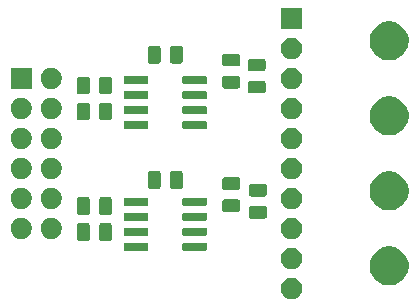
<source format=gts>
G04 #@! TF.GenerationSoftware,KiCad,Pcbnew,5.1.5-52549c5~86~ubuntu19.10.1*
G04 #@! TF.CreationDate,2020-05-04T22:04:25+01:00*
G04 #@! TF.ProjectId,pmod-dualrs422,706d6f64-2d64-4756-916c-72733432322e,rev?*
G04 #@! TF.SameCoordinates,PXccb7580PY7aec778*
G04 #@! TF.FileFunction,Soldermask,Top*
G04 #@! TF.FilePolarity,Negative*
%FSLAX46Y46*%
G04 Gerber Fmt 4.6, Leading zero omitted, Abs format (unit mm)*
G04 Created by KiCad (PCBNEW 5.1.5-52549c5~86~ubuntu19.10.1) date 2020-05-04 22:04:25*
%MOMM*%
%LPD*%
G04 APERTURE LIST*
%ADD10C,0.100000*%
G04 APERTURE END LIST*
D10*
G36*
X26783512Y2801073D02*
G01*
X26932812Y2771376D01*
X27096784Y2703456D01*
X27244354Y2604853D01*
X27369853Y2479354D01*
X27468456Y2331784D01*
X27536376Y2167812D01*
X27571000Y1993741D01*
X27571000Y1816259D01*
X27536376Y1642188D01*
X27468456Y1478216D01*
X27369853Y1330646D01*
X27244354Y1205147D01*
X27096784Y1106544D01*
X26932812Y1038624D01*
X26783512Y1008927D01*
X26758742Y1004000D01*
X26581258Y1004000D01*
X26556488Y1008927D01*
X26407188Y1038624D01*
X26243216Y1106544D01*
X26095646Y1205147D01*
X25970147Y1330646D01*
X25871544Y1478216D01*
X25803624Y1642188D01*
X25769000Y1816259D01*
X25769000Y1993741D01*
X25803624Y2167812D01*
X25871544Y2331784D01*
X25970147Y2479354D01*
X26095646Y2604853D01*
X26243216Y2703456D01*
X26407188Y2771376D01*
X26556488Y2801073D01*
X26581258Y2806000D01*
X26758742Y2806000D01*
X26783512Y2801073D01*
G37*
G36*
X35300256Y5418702D02*
G01*
X35406579Y5397553D01*
X35707042Y5273097D01*
X35977451Y5092415D01*
X36207415Y4862451D01*
X36388097Y4592042D01*
X36485762Y4356259D01*
X36512553Y4291578D01*
X36576000Y3972611D01*
X36576000Y3647389D01*
X36555434Y3544000D01*
X36512553Y3328421D01*
X36388097Y3027958D01*
X36207415Y2757549D01*
X35977451Y2527585D01*
X35707042Y2346903D01*
X35406579Y2222447D01*
X35300256Y2201298D01*
X35087611Y2159000D01*
X34762389Y2159000D01*
X34549744Y2201298D01*
X34443421Y2222447D01*
X34142958Y2346903D01*
X33872549Y2527585D01*
X33642585Y2757549D01*
X33461903Y3027958D01*
X33337447Y3328421D01*
X33294566Y3544000D01*
X33274000Y3647389D01*
X33274000Y3972611D01*
X33337447Y4291578D01*
X33364239Y4356259D01*
X33461903Y4592042D01*
X33642585Y4862451D01*
X33872549Y5092415D01*
X34142958Y5273097D01*
X34443421Y5397553D01*
X34549744Y5418702D01*
X34762389Y5461000D01*
X35087611Y5461000D01*
X35300256Y5418702D01*
G37*
G36*
X26783512Y5341073D02*
G01*
X26932812Y5311376D01*
X27096784Y5243456D01*
X27244354Y5144853D01*
X27369853Y5019354D01*
X27468456Y4871784D01*
X27536376Y4707812D01*
X27571000Y4533741D01*
X27571000Y4356259D01*
X27536376Y4182188D01*
X27468456Y4018216D01*
X27369853Y3870646D01*
X27244354Y3745147D01*
X27096784Y3646544D01*
X26932812Y3578624D01*
X26783512Y3548927D01*
X26758742Y3544000D01*
X26581258Y3544000D01*
X26556488Y3548927D01*
X26407188Y3578624D01*
X26243216Y3646544D01*
X26095646Y3745147D01*
X25970147Y3870646D01*
X25871544Y4018216D01*
X25803624Y4182188D01*
X25769000Y4356259D01*
X25769000Y4533741D01*
X25803624Y4707812D01*
X25871544Y4871784D01*
X25970147Y5019354D01*
X26095646Y5144853D01*
X26243216Y5243456D01*
X26407188Y5311376D01*
X26556488Y5341073D01*
X26581258Y5346000D01*
X26758742Y5346000D01*
X26783512Y5341073D01*
G37*
G36*
X19394448Y5788076D02*
G01*
X19415529Y5781680D01*
X19434965Y5771292D01*
X19451996Y5757316D01*
X19465972Y5740285D01*
X19476360Y5720849D01*
X19482756Y5699768D01*
X19485520Y5671700D01*
X19485520Y5207980D01*
X19482756Y5179912D01*
X19476360Y5158831D01*
X19465972Y5139395D01*
X19451996Y5122364D01*
X19434965Y5108388D01*
X19415529Y5098000D01*
X19394448Y5091604D01*
X19366380Y5088840D01*
X17552660Y5088840D01*
X17524592Y5091604D01*
X17503511Y5098000D01*
X17484075Y5108388D01*
X17467044Y5122364D01*
X17453068Y5139395D01*
X17442680Y5158831D01*
X17436284Y5179912D01*
X17433520Y5207980D01*
X17433520Y5671700D01*
X17436284Y5699768D01*
X17442680Y5720849D01*
X17453068Y5740285D01*
X17467044Y5757316D01*
X17484075Y5771292D01*
X17503511Y5781680D01*
X17524592Y5788076D01*
X17552660Y5790840D01*
X19366380Y5790840D01*
X19394448Y5788076D01*
G37*
G36*
X14444448Y5788076D02*
G01*
X14465529Y5781680D01*
X14484965Y5771292D01*
X14501996Y5757316D01*
X14515972Y5740285D01*
X14526360Y5720849D01*
X14532756Y5699768D01*
X14535520Y5671700D01*
X14535520Y5207980D01*
X14532756Y5179912D01*
X14526360Y5158831D01*
X14515972Y5139395D01*
X14501996Y5122364D01*
X14484965Y5108388D01*
X14465529Y5098000D01*
X14444448Y5091604D01*
X14416380Y5088840D01*
X12602660Y5088840D01*
X12574592Y5091604D01*
X12553511Y5098000D01*
X12534075Y5108388D01*
X12517044Y5122364D01*
X12503068Y5139395D01*
X12492680Y5158831D01*
X12486284Y5179912D01*
X12483520Y5207980D01*
X12483520Y5671700D01*
X12486284Y5699768D01*
X12492680Y5720849D01*
X12503068Y5740285D01*
X12517044Y5757316D01*
X12534075Y5771292D01*
X12553511Y5781680D01*
X12574592Y5788076D01*
X12602660Y5790840D01*
X14416380Y5790840D01*
X14444448Y5788076D01*
G37*
G36*
X11293988Y7441275D02*
G01*
X11332658Y7429544D01*
X11368297Y7410494D01*
X11399537Y7384857D01*
X11425174Y7353617D01*
X11444224Y7317978D01*
X11455955Y7279308D01*
X11460520Y7232952D01*
X11460520Y6156728D01*
X11455955Y6110372D01*
X11444224Y6071702D01*
X11425174Y6036063D01*
X11399537Y6004823D01*
X11368297Y5979186D01*
X11332658Y5960136D01*
X11293988Y5948405D01*
X11247632Y5943840D01*
X10596408Y5943840D01*
X10550052Y5948405D01*
X10511382Y5960136D01*
X10475743Y5979186D01*
X10444503Y6004823D01*
X10418866Y6036063D01*
X10399816Y6071702D01*
X10388085Y6110372D01*
X10383520Y6156728D01*
X10383520Y7232952D01*
X10388085Y7279308D01*
X10399816Y7317978D01*
X10418866Y7353617D01*
X10444503Y7384857D01*
X10475743Y7410494D01*
X10511382Y7429544D01*
X10550052Y7441275D01*
X10596408Y7445840D01*
X11247632Y7445840D01*
X11293988Y7441275D01*
G37*
G36*
X9418988Y7441275D02*
G01*
X9457658Y7429544D01*
X9493297Y7410494D01*
X9524537Y7384857D01*
X9550174Y7353617D01*
X9569224Y7317978D01*
X9580955Y7279308D01*
X9585520Y7232952D01*
X9585520Y6156728D01*
X9580955Y6110372D01*
X9569224Y6071702D01*
X9550174Y6036063D01*
X9524537Y6004823D01*
X9493297Y5979186D01*
X9457658Y5960136D01*
X9418988Y5948405D01*
X9372632Y5943840D01*
X8721408Y5943840D01*
X8675052Y5948405D01*
X8636382Y5960136D01*
X8600743Y5979186D01*
X8569503Y6004823D01*
X8543866Y6036063D01*
X8524816Y6071702D01*
X8513085Y6110372D01*
X8508520Y6156728D01*
X8508520Y7232952D01*
X8513085Y7279308D01*
X8524816Y7317978D01*
X8543866Y7353617D01*
X8569503Y7384857D01*
X8600743Y7410494D01*
X8636382Y7429544D01*
X8675052Y7441275D01*
X8721408Y7445840D01*
X9372632Y7445840D01*
X9418988Y7441275D01*
G37*
G36*
X26783512Y7881073D02*
G01*
X26932812Y7851376D01*
X27096784Y7783456D01*
X27244354Y7684853D01*
X27369853Y7559354D01*
X27468456Y7411784D01*
X27536376Y7247812D01*
X27571000Y7073741D01*
X27571000Y6896259D01*
X27536376Y6722188D01*
X27468456Y6558216D01*
X27369853Y6410646D01*
X27244354Y6285147D01*
X27096784Y6186544D01*
X26932812Y6118624D01*
X26783512Y6088927D01*
X26758742Y6084000D01*
X26581258Y6084000D01*
X26556488Y6088927D01*
X26407188Y6118624D01*
X26243216Y6186544D01*
X26095646Y6285147D01*
X25970147Y6410646D01*
X25871544Y6558216D01*
X25803624Y6722188D01*
X25769000Y6896259D01*
X25769000Y7073741D01*
X25803624Y7247812D01*
X25871544Y7411784D01*
X25970147Y7559354D01*
X26095646Y7684853D01*
X26243216Y7783456D01*
X26407188Y7851376D01*
X26556488Y7881073D01*
X26581258Y7886000D01*
X26758742Y7886000D01*
X26783512Y7881073D01*
G37*
G36*
X3898032Y7890913D02*
G01*
X4047332Y7861216D01*
X4211304Y7793296D01*
X4358874Y7694693D01*
X4484373Y7569194D01*
X4582976Y7421624D01*
X4650896Y7257652D01*
X4685520Y7083581D01*
X4685520Y6906099D01*
X4650896Y6732028D01*
X4582976Y6568056D01*
X4484373Y6420486D01*
X4358874Y6294987D01*
X4211304Y6196384D01*
X4047332Y6128464D01*
X3898032Y6098767D01*
X3873262Y6093840D01*
X3695778Y6093840D01*
X3671008Y6098767D01*
X3521708Y6128464D01*
X3357736Y6196384D01*
X3210166Y6294987D01*
X3084667Y6420486D01*
X2986064Y6568056D01*
X2918144Y6732028D01*
X2883520Y6906099D01*
X2883520Y7083581D01*
X2918144Y7257652D01*
X2986064Y7421624D01*
X3084667Y7569194D01*
X3210166Y7694693D01*
X3357736Y7793296D01*
X3521708Y7861216D01*
X3671008Y7890913D01*
X3695778Y7895840D01*
X3873262Y7895840D01*
X3898032Y7890913D01*
G37*
G36*
X6438032Y7890913D02*
G01*
X6587332Y7861216D01*
X6751304Y7793296D01*
X6898874Y7694693D01*
X7024373Y7569194D01*
X7122976Y7421624D01*
X7190896Y7257652D01*
X7225520Y7083581D01*
X7225520Y6906099D01*
X7190896Y6732028D01*
X7122976Y6568056D01*
X7024373Y6420486D01*
X6898874Y6294987D01*
X6751304Y6196384D01*
X6587332Y6128464D01*
X6438032Y6098767D01*
X6413262Y6093840D01*
X6235778Y6093840D01*
X6211008Y6098767D01*
X6061708Y6128464D01*
X5897736Y6196384D01*
X5750166Y6294987D01*
X5624667Y6420486D01*
X5526064Y6568056D01*
X5458144Y6732028D01*
X5423520Y6906099D01*
X5423520Y7083581D01*
X5458144Y7257652D01*
X5526064Y7421624D01*
X5624667Y7569194D01*
X5750166Y7694693D01*
X5897736Y7793296D01*
X6061708Y7861216D01*
X6211008Y7890913D01*
X6235778Y7895840D01*
X6413262Y7895840D01*
X6438032Y7890913D01*
G37*
G36*
X14444448Y7058076D02*
G01*
X14465529Y7051680D01*
X14484965Y7041292D01*
X14501996Y7027316D01*
X14515972Y7010285D01*
X14526360Y6990849D01*
X14532756Y6969768D01*
X14535520Y6941700D01*
X14535520Y6477980D01*
X14532756Y6449912D01*
X14526360Y6428831D01*
X14515972Y6409395D01*
X14501996Y6392364D01*
X14484965Y6378388D01*
X14465529Y6368000D01*
X14444448Y6361604D01*
X14416380Y6358840D01*
X12602660Y6358840D01*
X12574592Y6361604D01*
X12553511Y6368000D01*
X12534075Y6378388D01*
X12517044Y6392364D01*
X12503068Y6409395D01*
X12492680Y6428831D01*
X12486284Y6449912D01*
X12483520Y6477980D01*
X12483520Y6941700D01*
X12486284Y6969768D01*
X12492680Y6990849D01*
X12503068Y7010285D01*
X12517044Y7027316D01*
X12534075Y7041292D01*
X12553511Y7051680D01*
X12574592Y7058076D01*
X12602660Y7060840D01*
X14416380Y7060840D01*
X14444448Y7058076D01*
G37*
G36*
X19394448Y7058076D02*
G01*
X19415529Y7051680D01*
X19434965Y7041292D01*
X19451996Y7027316D01*
X19465972Y7010285D01*
X19476360Y6990849D01*
X19482756Y6969768D01*
X19485520Y6941700D01*
X19485520Y6477980D01*
X19482756Y6449912D01*
X19476360Y6428831D01*
X19465972Y6409395D01*
X19451996Y6392364D01*
X19434965Y6378388D01*
X19415529Y6368000D01*
X19394448Y6361604D01*
X19366380Y6358840D01*
X17552660Y6358840D01*
X17524592Y6361604D01*
X17503511Y6368000D01*
X17484075Y6378388D01*
X17467044Y6392364D01*
X17453068Y6409395D01*
X17442680Y6428831D01*
X17436284Y6449912D01*
X17433520Y6477980D01*
X17433520Y6941700D01*
X17436284Y6969768D01*
X17442680Y6990849D01*
X17453068Y7010285D01*
X17467044Y7027316D01*
X17484075Y7041292D01*
X17503511Y7051680D01*
X17524592Y7058076D01*
X17552660Y7060840D01*
X19366380Y7060840D01*
X19394448Y7058076D01*
G37*
G36*
X14444448Y8328076D02*
G01*
X14465529Y8321680D01*
X14484965Y8311292D01*
X14501996Y8297316D01*
X14515972Y8280285D01*
X14526360Y8260849D01*
X14532756Y8239768D01*
X14535520Y8211700D01*
X14535520Y7747980D01*
X14532756Y7719912D01*
X14526360Y7698831D01*
X14515972Y7679395D01*
X14501996Y7662364D01*
X14484965Y7648388D01*
X14465529Y7638000D01*
X14444448Y7631604D01*
X14416380Y7628840D01*
X12602660Y7628840D01*
X12574592Y7631604D01*
X12553511Y7638000D01*
X12534075Y7648388D01*
X12517044Y7662364D01*
X12503068Y7679395D01*
X12492680Y7698831D01*
X12486284Y7719912D01*
X12483520Y7747980D01*
X12483520Y8211700D01*
X12486284Y8239768D01*
X12492680Y8260849D01*
X12503068Y8280285D01*
X12517044Y8297316D01*
X12534075Y8311292D01*
X12553511Y8321680D01*
X12574592Y8328076D01*
X12602660Y8330840D01*
X14416380Y8330840D01*
X14444448Y8328076D01*
G37*
G36*
X19394448Y8328076D02*
G01*
X19415529Y8321680D01*
X19434965Y8311292D01*
X19451996Y8297316D01*
X19465972Y8280285D01*
X19476360Y8260849D01*
X19482756Y8239768D01*
X19485520Y8211700D01*
X19485520Y7747980D01*
X19482756Y7719912D01*
X19476360Y7698831D01*
X19465972Y7679395D01*
X19451996Y7662364D01*
X19434965Y7648388D01*
X19415529Y7638000D01*
X19394448Y7631604D01*
X19366380Y7628840D01*
X17552660Y7628840D01*
X17524592Y7631604D01*
X17503511Y7638000D01*
X17484075Y7648388D01*
X17467044Y7662364D01*
X17453068Y7679395D01*
X17442680Y7698831D01*
X17436284Y7719912D01*
X17433520Y7747980D01*
X17433520Y8211700D01*
X17436284Y8239768D01*
X17442680Y8260849D01*
X17453068Y8280285D01*
X17467044Y8297316D01*
X17484075Y8311292D01*
X17503511Y8321680D01*
X17524592Y8328076D01*
X17552660Y8330840D01*
X19366380Y8330840D01*
X19394448Y8328076D01*
G37*
G36*
X24403988Y8883775D02*
G01*
X24442658Y8872044D01*
X24478297Y8852994D01*
X24509537Y8827357D01*
X24535174Y8796117D01*
X24554224Y8760478D01*
X24565955Y8721808D01*
X24570520Y8675452D01*
X24570520Y8024228D01*
X24565955Y7977872D01*
X24554224Y7939202D01*
X24535174Y7903563D01*
X24509537Y7872323D01*
X24478297Y7846686D01*
X24442658Y7827636D01*
X24403988Y7815905D01*
X24357632Y7811340D01*
X23281408Y7811340D01*
X23235052Y7815905D01*
X23196382Y7827636D01*
X23160743Y7846686D01*
X23129503Y7872323D01*
X23103866Y7903563D01*
X23084816Y7939202D01*
X23073085Y7977872D01*
X23068520Y8024228D01*
X23068520Y8675452D01*
X23073085Y8721808D01*
X23084816Y8760478D01*
X23103866Y8796117D01*
X23129503Y8827357D01*
X23160743Y8852994D01*
X23196382Y8872044D01*
X23235052Y8883775D01*
X23281408Y8888340D01*
X24357632Y8888340D01*
X24403988Y8883775D01*
G37*
G36*
X11293988Y9641275D02*
G01*
X11332658Y9629544D01*
X11368297Y9610494D01*
X11399537Y9584857D01*
X11425174Y9553617D01*
X11444224Y9517978D01*
X11455955Y9479308D01*
X11460520Y9432952D01*
X11460520Y8356728D01*
X11455955Y8310372D01*
X11444224Y8271702D01*
X11425174Y8236063D01*
X11399537Y8204823D01*
X11368297Y8179186D01*
X11332658Y8160136D01*
X11293988Y8148405D01*
X11247632Y8143840D01*
X10596408Y8143840D01*
X10550052Y8148405D01*
X10511382Y8160136D01*
X10475743Y8179186D01*
X10444503Y8204823D01*
X10418866Y8236063D01*
X10399816Y8271702D01*
X10388085Y8310372D01*
X10383520Y8356728D01*
X10383520Y9432952D01*
X10388085Y9479308D01*
X10399816Y9517978D01*
X10418866Y9553617D01*
X10444503Y9584857D01*
X10475743Y9610494D01*
X10511382Y9629544D01*
X10550052Y9641275D01*
X10596408Y9645840D01*
X11247632Y9645840D01*
X11293988Y9641275D01*
G37*
G36*
X9418988Y9641275D02*
G01*
X9457658Y9629544D01*
X9493297Y9610494D01*
X9524537Y9584857D01*
X9550174Y9553617D01*
X9569224Y9517978D01*
X9580955Y9479308D01*
X9585520Y9432952D01*
X9585520Y8356728D01*
X9580955Y8310372D01*
X9569224Y8271702D01*
X9550174Y8236063D01*
X9524537Y8204823D01*
X9493297Y8179186D01*
X9457658Y8160136D01*
X9418988Y8148405D01*
X9372632Y8143840D01*
X8721408Y8143840D01*
X8675052Y8148405D01*
X8636382Y8160136D01*
X8600743Y8179186D01*
X8569503Y8204823D01*
X8543866Y8236063D01*
X8524816Y8271702D01*
X8513085Y8310372D01*
X8508520Y8356728D01*
X8508520Y9432952D01*
X8513085Y9479308D01*
X8524816Y9517978D01*
X8543866Y9553617D01*
X8569503Y9584857D01*
X8600743Y9610494D01*
X8636382Y9629544D01*
X8675052Y9641275D01*
X8721408Y9645840D01*
X9372632Y9645840D01*
X9418988Y9641275D01*
G37*
G36*
X22143988Y9443775D02*
G01*
X22182658Y9432044D01*
X22218297Y9412994D01*
X22249537Y9387357D01*
X22275174Y9356117D01*
X22294224Y9320478D01*
X22305955Y9281808D01*
X22310520Y9235452D01*
X22310520Y8584228D01*
X22305955Y8537872D01*
X22294224Y8499202D01*
X22275174Y8463563D01*
X22249537Y8432323D01*
X22218297Y8406686D01*
X22182658Y8387636D01*
X22143988Y8375905D01*
X22097632Y8371340D01*
X21021408Y8371340D01*
X20975052Y8375905D01*
X20936382Y8387636D01*
X20900743Y8406686D01*
X20869503Y8432323D01*
X20843866Y8463563D01*
X20824816Y8499202D01*
X20813085Y8537872D01*
X20808520Y8584228D01*
X20808520Y9235452D01*
X20813085Y9281808D01*
X20824816Y9320478D01*
X20843866Y9356117D01*
X20869503Y9387357D01*
X20900743Y9412994D01*
X20936382Y9432044D01*
X20975052Y9443775D01*
X21021408Y9448340D01*
X22097632Y9448340D01*
X22143988Y9443775D01*
G37*
G36*
X35300256Y11768702D02*
G01*
X35406579Y11747553D01*
X35707042Y11623097D01*
X35977451Y11442415D01*
X36207415Y11212451D01*
X36388097Y10942042D01*
X36512553Y10641579D01*
X36518220Y10613090D01*
X36576000Y10322611D01*
X36576000Y9997389D01*
X36536269Y9797651D01*
X36512553Y9678421D01*
X36435542Y9492501D01*
X36398455Y9402963D01*
X36388097Y9377958D01*
X36207415Y9107549D01*
X35977451Y8877585D01*
X35707042Y8696903D01*
X35406579Y8572447D01*
X35300256Y8551298D01*
X35087611Y8509000D01*
X34762389Y8509000D01*
X34549744Y8551298D01*
X34443421Y8572447D01*
X34142958Y8696903D01*
X33872549Y8877585D01*
X33642585Y9107549D01*
X33461903Y9377958D01*
X33451546Y9402963D01*
X33414458Y9492501D01*
X33337447Y9678421D01*
X33313731Y9797651D01*
X33274000Y9997389D01*
X33274000Y10322611D01*
X33331780Y10613090D01*
X33337447Y10641579D01*
X33461903Y10942042D01*
X33642585Y11212451D01*
X33872549Y11442415D01*
X34142958Y11623097D01*
X34443421Y11747553D01*
X34549744Y11768702D01*
X34762389Y11811000D01*
X35087611Y11811000D01*
X35300256Y11768702D01*
G37*
G36*
X26775327Y10422701D02*
G01*
X26932812Y10391376D01*
X27096784Y10323456D01*
X27244354Y10224853D01*
X27369853Y10099354D01*
X27468456Y9951784D01*
X27536376Y9787812D01*
X27564615Y9645840D01*
X27571000Y9613742D01*
X27571000Y9436258D01*
X27568828Y9425340D01*
X27536376Y9262188D01*
X27468456Y9098216D01*
X27369853Y8950646D01*
X27244354Y8825147D01*
X27096784Y8726544D01*
X26932812Y8658624D01*
X26783512Y8628927D01*
X26758742Y8624000D01*
X26581258Y8624000D01*
X26556488Y8628927D01*
X26407188Y8658624D01*
X26243216Y8726544D01*
X26095646Y8825147D01*
X25970147Y8950646D01*
X25871544Y9098216D01*
X25803624Y9262188D01*
X25771172Y9425340D01*
X25769000Y9436258D01*
X25769000Y9613742D01*
X25775385Y9645840D01*
X25803624Y9787812D01*
X25871544Y9951784D01*
X25970147Y10099354D01*
X26095646Y10224853D01*
X26243216Y10323456D01*
X26407188Y10391376D01*
X26564673Y10422701D01*
X26581258Y10426000D01*
X26758742Y10426000D01*
X26775327Y10422701D01*
G37*
G36*
X6438032Y10430913D02*
G01*
X6587332Y10401216D01*
X6751304Y10333296D01*
X6898874Y10234693D01*
X7024373Y10109194D01*
X7122976Y9961624D01*
X7190896Y9797652D01*
X7225520Y9623581D01*
X7225520Y9446099D01*
X7190896Y9272028D01*
X7122976Y9108056D01*
X7024373Y8960486D01*
X6898874Y8834987D01*
X6751304Y8736384D01*
X6587332Y8668464D01*
X6447196Y8640590D01*
X6413262Y8633840D01*
X6235778Y8633840D01*
X6201844Y8640590D01*
X6061708Y8668464D01*
X5897736Y8736384D01*
X5750166Y8834987D01*
X5624667Y8960486D01*
X5526064Y9108056D01*
X5458144Y9272028D01*
X5423520Y9446099D01*
X5423520Y9623581D01*
X5458144Y9797652D01*
X5526064Y9961624D01*
X5624667Y10109194D01*
X5750166Y10234693D01*
X5897736Y10333296D01*
X6061708Y10401216D01*
X6211008Y10430913D01*
X6235778Y10435840D01*
X6413262Y10435840D01*
X6438032Y10430913D01*
G37*
G36*
X3898032Y10430913D02*
G01*
X4047332Y10401216D01*
X4211304Y10333296D01*
X4358874Y10234693D01*
X4484373Y10109194D01*
X4582976Y9961624D01*
X4650896Y9797652D01*
X4685520Y9623581D01*
X4685520Y9446099D01*
X4650896Y9272028D01*
X4582976Y9108056D01*
X4484373Y8960486D01*
X4358874Y8834987D01*
X4211304Y8736384D01*
X4047332Y8668464D01*
X3907196Y8640590D01*
X3873262Y8633840D01*
X3695778Y8633840D01*
X3661844Y8640590D01*
X3521708Y8668464D01*
X3357736Y8736384D01*
X3210166Y8834987D01*
X3084667Y8960486D01*
X2986064Y9108056D01*
X2918144Y9272028D01*
X2883520Y9446099D01*
X2883520Y9623581D01*
X2918144Y9797652D01*
X2986064Y9961624D01*
X3084667Y10109194D01*
X3210166Y10234693D01*
X3357736Y10333296D01*
X3521708Y10401216D01*
X3671008Y10430913D01*
X3695778Y10435840D01*
X3873262Y10435840D01*
X3898032Y10430913D01*
G37*
G36*
X19394448Y9598076D02*
G01*
X19415529Y9591680D01*
X19434965Y9581292D01*
X19451996Y9567316D01*
X19465972Y9550285D01*
X19476360Y9530849D01*
X19482756Y9509768D01*
X19485520Y9481700D01*
X19485520Y9017980D01*
X19482756Y8989912D01*
X19476360Y8968831D01*
X19465972Y8949395D01*
X19451996Y8932364D01*
X19434965Y8918388D01*
X19415529Y8908000D01*
X19394448Y8901604D01*
X19366380Y8898840D01*
X17552660Y8898840D01*
X17524592Y8901604D01*
X17503511Y8908000D01*
X17484075Y8918388D01*
X17467044Y8932364D01*
X17453068Y8949395D01*
X17442680Y8968831D01*
X17436284Y8989912D01*
X17433520Y9017980D01*
X17433520Y9481700D01*
X17436284Y9509768D01*
X17442680Y9530849D01*
X17453068Y9550285D01*
X17467044Y9567316D01*
X17484075Y9581292D01*
X17503511Y9591680D01*
X17524592Y9598076D01*
X17552660Y9600840D01*
X19366380Y9600840D01*
X19394448Y9598076D01*
G37*
G36*
X14444448Y9598076D02*
G01*
X14465529Y9591680D01*
X14484965Y9581292D01*
X14501996Y9567316D01*
X14515972Y9550285D01*
X14526360Y9530849D01*
X14532756Y9509768D01*
X14535520Y9481700D01*
X14535520Y9017980D01*
X14532756Y8989912D01*
X14526360Y8968831D01*
X14515972Y8949395D01*
X14501996Y8932364D01*
X14484965Y8918388D01*
X14465529Y8908000D01*
X14444448Y8901604D01*
X14416380Y8898840D01*
X12602660Y8898840D01*
X12574592Y8901604D01*
X12553511Y8908000D01*
X12534075Y8918388D01*
X12517044Y8932364D01*
X12503068Y8949395D01*
X12492680Y8968831D01*
X12486284Y8989912D01*
X12483520Y9017980D01*
X12483520Y9481700D01*
X12486284Y9509768D01*
X12492680Y9530849D01*
X12503068Y9550285D01*
X12517044Y9567316D01*
X12534075Y9581292D01*
X12553511Y9591680D01*
X12574592Y9598076D01*
X12602660Y9600840D01*
X14416380Y9600840D01*
X14444448Y9598076D01*
G37*
G36*
X24403988Y10758775D02*
G01*
X24442658Y10747044D01*
X24478297Y10727994D01*
X24509537Y10702357D01*
X24535174Y10671117D01*
X24554224Y10635478D01*
X24565955Y10596808D01*
X24570520Y10550452D01*
X24570520Y9899228D01*
X24565955Y9852872D01*
X24554224Y9814202D01*
X24535174Y9778563D01*
X24509537Y9747323D01*
X24478297Y9721686D01*
X24442658Y9702636D01*
X24403988Y9690905D01*
X24357632Y9686340D01*
X23281408Y9686340D01*
X23235052Y9690905D01*
X23196382Y9702636D01*
X23160743Y9721686D01*
X23129503Y9747323D01*
X23103866Y9778563D01*
X23084816Y9814202D01*
X23073085Y9852872D01*
X23068520Y9899228D01*
X23068520Y10550452D01*
X23073085Y10596808D01*
X23084816Y10635478D01*
X23103866Y10671117D01*
X23129503Y10702357D01*
X23160743Y10727994D01*
X23196382Y10747044D01*
X23235052Y10758775D01*
X23281408Y10763340D01*
X24357632Y10763340D01*
X24403988Y10758775D01*
G37*
G36*
X22143988Y11318775D02*
G01*
X22182658Y11307044D01*
X22218297Y11287994D01*
X22249537Y11262357D01*
X22275174Y11231117D01*
X22294224Y11195478D01*
X22305955Y11156808D01*
X22310520Y11110452D01*
X22310520Y10459228D01*
X22305955Y10412872D01*
X22294224Y10374202D01*
X22275174Y10338563D01*
X22249537Y10307323D01*
X22218297Y10281686D01*
X22182658Y10262636D01*
X22143988Y10250905D01*
X22097632Y10246340D01*
X21021408Y10246340D01*
X20975052Y10250905D01*
X20936382Y10262636D01*
X20900743Y10281686D01*
X20869503Y10307323D01*
X20843866Y10338563D01*
X20824816Y10374202D01*
X20813085Y10412872D01*
X20808520Y10459228D01*
X20808520Y11110452D01*
X20813085Y11156808D01*
X20824816Y11195478D01*
X20843866Y11231117D01*
X20869503Y11262357D01*
X20900743Y11287994D01*
X20936382Y11307044D01*
X20975052Y11318775D01*
X21021408Y11323340D01*
X22097632Y11323340D01*
X22143988Y11318775D01*
G37*
G36*
X17293988Y11841275D02*
G01*
X17332658Y11829544D01*
X17368297Y11810494D01*
X17399537Y11784857D01*
X17425174Y11753617D01*
X17444224Y11717978D01*
X17455955Y11679308D01*
X17460520Y11632952D01*
X17460520Y10556728D01*
X17455955Y10510372D01*
X17444224Y10471702D01*
X17425174Y10436063D01*
X17399537Y10404823D01*
X17368297Y10379186D01*
X17332658Y10360136D01*
X17293988Y10348405D01*
X17247632Y10343840D01*
X16596408Y10343840D01*
X16550052Y10348405D01*
X16511382Y10360136D01*
X16475743Y10379186D01*
X16444503Y10404823D01*
X16418866Y10436063D01*
X16399816Y10471702D01*
X16388085Y10510372D01*
X16383520Y10556728D01*
X16383520Y11632952D01*
X16388085Y11679308D01*
X16399816Y11717978D01*
X16418866Y11753617D01*
X16444503Y11784857D01*
X16475743Y11810494D01*
X16511382Y11829544D01*
X16550052Y11841275D01*
X16596408Y11845840D01*
X17247632Y11845840D01*
X17293988Y11841275D01*
G37*
G36*
X15418988Y11841275D02*
G01*
X15457658Y11829544D01*
X15493297Y11810494D01*
X15524537Y11784857D01*
X15550174Y11753617D01*
X15569224Y11717978D01*
X15580955Y11679308D01*
X15585520Y11632952D01*
X15585520Y10556728D01*
X15580955Y10510372D01*
X15569224Y10471702D01*
X15550174Y10436063D01*
X15524537Y10404823D01*
X15493297Y10379186D01*
X15457658Y10360136D01*
X15418988Y10348405D01*
X15372632Y10343840D01*
X14721408Y10343840D01*
X14675052Y10348405D01*
X14636382Y10360136D01*
X14600743Y10379186D01*
X14569503Y10404823D01*
X14543866Y10436063D01*
X14524816Y10471702D01*
X14513085Y10510372D01*
X14508520Y10556728D01*
X14508520Y11632952D01*
X14513085Y11679308D01*
X14524816Y11717978D01*
X14543866Y11753617D01*
X14569503Y11784857D01*
X14600743Y11810494D01*
X14636382Y11829544D01*
X14675052Y11841275D01*
X14721408Y11845840D01*
X15372632Y11845840D01*
X15418988Y11841275D01*
G37*
G36*
X26783512Y12961073D02*
G01*
X26932812Y12931376D01*
X27096784Y12863456D01*
X27244354Y12764853D01*
X27369853Y12639354D01*
X27468456Y12491784D01*
X27536376Y12327812D01*
X27571000Y12153741D01*
X27571000Y11976259D01*
X27536376Y11802188D01*
X27468456Y11638216D01*
X27369853Y11490646D01*
X27244354Y11365147D01*
X27096784Y11266544D01*
X26932812Y11198624D01*
X26783512Y11168927D01*
X26758742Y11164000D01*
X26581258Y11164000D01*
X26556488Y11168927D01*
X26407188Y11198624D01*
X26243216Y11266544D01*
X26095646Y11365147D01*
X25970147Y11490646D01*
X25871544Y11638216D01*
X25803624Y11802188D01*
X25769000Y11976259D01*
X25769000Y12153741D01*
X25803624Y12327812D01*
X25871544Y12491784D01*
X25970147Y12639354D01*
X26095646Y12764853D01*
X26243216Y12863456D01*
X26407188Y12931376D01*
X26556488Y12961073D01*
X26581258Y12966000D01*
X26758742Y12966000D01*
X26783512Y12961073D01*
G37*
G36*
X6438032Y12970913D02*
G01*
X6587332Y12941216D01*
X6751304Y12873296D01*
X6898874Y12774693D01*
X7024373Y12649194D01*
X7122976Y12501624D01*
X7190896Y12337652D01*
X7225520Y12163581D01*
X7225520Y11986099D01*
X7190896Y11812028D01*
X7122976Y11648056D01*
X7024373Y11500486D01*
X6898874Y11374987D01*
X6751304Y11276384D01*
X6587332Y11208464D01*
X6438032Y11178767D01*
X6413262Y11173840D01*
X6235778Y11173840D01*
X6211008Y11178767D01*
X6061708Y11208464D01*
X5897736Y11276384D01*
X5750166Y11374987D01*
X5624667Y11500486D01*
X5526064Y11648056D01*
X5458144Y11812028D01*
X5423520Y11986099D01*
X5423520Y12163581D01*
X5458144Y12337652D01*
X5526064Y12501624D01*
X5624667Y12649194D01*
X5750166Y12774693D01*
X5897736Y12873296D01*
X6061708Y12941216D01*
X6211008Y12970913D01*
X6235778Y12975840D01*
X6413262Y12975840D01*
X6438032Y12970913D01*
G37*
G36*
X3898032Y12970913D02*
G01*
X4047332Y12941216D01*
X4211304Y12873296D01*
X4358874Y12774693D01*
X4484373Y12649194D01*
X4582976Y12501624D01*
X4650896Y12337652D01*
X4685520Y12163581D01*
X4685520Y11986099D01*
X4650896Y11812028D01*
X4582976Y11648056D01*
X4484373Y11500486D01*
X4358874Y11374987D01*
X4211304Y11276384D01*
X4047332Y11208464D01*
X3898032Y11178767D01*
X3873262Y11173840D01*
X3695778Y11173840D01*
X3671008Y11178767D01*
X3521708Y11208464D01*
X3357736Y11276384D01*
X3210166Y11374987D01*
X3084667Y11500486D01*
X2986064Y11648056D01*
X2918144Y11812028D01*
X2883520Y11986099D01*
X2883520Y12163581D01*
X2918144Y12337652D01*
X2986064Y12501624D01*
X3084667Y12649194D01*
X3210166Y12774693D01*
X3357736Y12873296D01*
X3521708Y12941216D01*
X3671008Y12970913D01*
X3695778Y12975840D01*
X3873262Y12975840D01*
X3898032Y12970913D01*
G37*
G36*
X26783512Y15501073D02*
G01*
X26932812Y15471376D01*
X27096784Y15403456D01*
X27244354Y15304853D01*
X27369853Y15179354D01*
X27468456Y15031784D01*
X27536376Y14867812D01*
X27571000Y14693741D01*
X27571000Y14516259D01*
X27536376Y14342188D01*
X27468456Y14178216D01*
X27369853Y14030646D01*
X27244354Y13905147D01*
X27096784Y13806544D01*
X26932812Y13738624D01*
X26783512Y13708927D01*
X26758742Y13704000D01*
X26581258Y13704000D01*
X26556488Y13708927D01*
X26407188Y13738624D01*
X26243216Y13806544D01*
X26095646Y13905147D01*
X25970147Y14030646D01*
X25871544Y14178216D01*
X25803624Y14342188D01*
X25769000Y14516259D01*
X25769000Y14693741D01*
X25803624Y14867812D01*
X25871544Y15031784D01*
X25970147Y15179354D01*
X26095646Y15304853D01*
X26243216Y15403456D01*
X26407188Y15471376D01*
X26556488Y15501073D01*
X26581258Y15506000D01*
X26758742Y15506000D01*
X26783512Y15501073D01*
G37*
G36*
X6438032Y15510913D02*
G01*
X6587332Y15481216D01*
X6751304Y15413296D01*
X6898874Y15314693D01*
X7024373Y15189194D01*
X7122976Y15041624D01*
X7190896Y14877652D01*
X7225520Y14703581D01*
X7225520Y14526099D01*
X7190896Y14352028D01*
X7122976Y14188056D01*
X7024373Y14040486D01*
X6898874Y13914987D01*
X6751304Y13816384D01*
X6587332Y13748464D01*
X6438032Y13718767D01*
X6413262Y13713840D01*
X6235778Y13713840D01*
X6211008Y13718767D01*
X6061708Y13748464D01*
X5897736Y13816384D01*
X5750166Y13914987D01*
X5624667Y14040486D01*
X5526064Y14188056D01*
X5458144Y14352028D01*
X5423520Y14526099D01*
X5423520Y14703581D01*
X5458144Y14877652D01*
X5526064Y15041624D01*
X5624667Y15189194D01*
X5750166Y15314693D01*
X5897736Y15413296D01*
X6061708Y15481216D01*
X6211008Y15510913D01*
X6235778Y15515840D01*
X6413262Y15515840D01*
X6438032Y15510913D01*
G37*
G36*
X3898032Y15510913D02*
G01*
X4047332Y15481216D01*
X4211304Y15413296D01*
X4358874Y15314693D01*
X4484373Y15189194D01*
X4582976Y15041624D01*
X4650896Y14877652D01*
X4685520Y14703581D01*
X4685520Y14526099D01*
X4650896Y14352028D01*
X4582976Y14188056D01*
X4484373Y14040486D01*
X4358874Y13914987D01*
X4211304Y13816384D01*
X4047332Y13748464D01*
X3898032Y13718767D01*
X3873262Y13713840D01*
X3695778Y13713840D01*
X3671008Y13718767D01*
X3521708Y13748464D01*
X3357736Y13816384D01*
X3210166Y13914987D01*
X3084667Y14040486D01*
X2986064Y14188056D01*
X2918144Y14352028D01*
X2883520Y14526099D01*
X2883520Y14703581D01*
X2918144Y14877652D01*
X2986064Y15041624D01*
X3084667Y15189194D01*
X3210166Y15314693D01*
X3357736Y15413296D01*
X3521708Y15481216D01*
X3671008Y15510913D01*
X3695778Y15515840D01*
X3873262Y15515840D01*
X3898032Y15510913D01*
G37*
G36*
X35300256Y18118702D02*
G01*
X35406579Y18097553D01*
X35590875Y18021215D01*
X35691838Y17979395D01*
X35707042Y17973097D01*
X35977451Y17792415D01*
X36207415Y17562451D01*
X36375907Y17310285D01*
X36388098Y17292040D01*
X36408170Y17243582D01*
X36485762Y17056259D01*
X36512553Y16991578D01*
X36576000Y16672611D01*
X36576000Y16347389D01*
X36544537Y16189217D01*
X36512553Y16028421D01*
X36388097Y15727958D01*
X36207415Y15457549D01*
X35977451Y15227585D01*
X35707042Y15046903D01*
X35707041Y15046902D01*
X35707040Y15046902D01*
X35694293Y15041622D01*
X35406579Y14922447D01*
X35300256Y14901298D01*
X35087611Y14859000D01*
X34762389Y14859000D01*
X34549744Y14901298D01*
X34443421Y14922447D01*
X34155707Y15041622D01*
X34142960Y15046902D01*
X34142959Y15046902D01*
X34142958Y15046903D01*
X33872549Y15227585D01*
X33642585Y15457549D01*
X33461903Y15727958D01*
X33337447Y16028421D01*
X33305463Y16189217D01*
X33274000Y16347389D01*
X33274000Y16672611D01*
X33337447Y16991578D01*
X33364239Y17056259D01*
X33441830Y17243582D01*
X33461902Y17292040D01*
X33474093Y17310285D01*
X33642585Y17562451D01*
X33872549Y17792415D01*
X34142958Y17973097D01*
X34158163Y17979395D01*
X34259125Y18021215D01*
X34443421Y18097553D01*
X34549744Y18118702D01*
X34762389Y18161000D01*
X35087611Y18161000D01*
X35300256Y18118702D01*
G37*
G36*
X19394448Y16088076D02*
G01*
X19415529Y16081680D01*
X19434965Y16071292D01*
X19451996Y16057316D01*
X19465972Y16040285D01*
X19476360Y16020849D01*
X19482756Y15999768D01*
X19485520Y15971700D01*
X19485520Y15507980D01*
X19482756Y15479912D01*
X19476360Y15458831D01*
X19465972Y15439395D01*
X19451996Y15422364D01*
X19434965Y15408388D01*
X19415529Y15398000D01*
X19394448Y15391604D01*
X19366380Y15388840D01*
X17552660Y15388840D01*
X17524592Y15391604D01*
X17503511Y15398000D01*
X17484075Y15408388D01*
X17467044Y15422364D01*
X17453068Y15439395D01*
X17442680Y15458831D01*
X17436284Y15479912D01*
X17433520Y15507980D01*
X17433520Y15971700D01*
X17436284Y15999768D01*
X17442680Y16020849D01*
X17453068Y16040285D01*
X17467044Y16057316D01*
X17484075Y16071292D01*
X17503511Y16081680D01*
X17524592Y16088076D01*
X17552660Y16090840D01*
X19366380Y16090840D01*
X19394448Y16088076D01*
G37*
G36*
X14444448Y16088076D02*
G01*
X14465529Y16081680D01*
X14484965Y16071292D01*
X14501996Y16057316D01*
X14515972Y16040285D01*
X14526360Y16020849D01*
X14532756Y15999768D01*
X14535520Y15971700D01*
X14535520Y15507980D01*
X14532756Y15479912D01*
X14526360Y15458831D01*
X14515972Y15439395D01*
X14501996Y15422364D01*
X14484965Y15408388D01*
X14465529Y15398000D01*
X14444448Y15391604D01*
X14416380Y15388840D01*
X12602660Y15388840D01*
X12574592Y15391604D01*
X12553511Y15398000D01*
X12534075Y15408388D01*
X12517044Y15422364D01*
X12503068Y15439395D01*
X12492680Y15458831D01*
X12486284Y15479912D01*
X12483520Y15507980D01*
X12483520Y15971700D01*
X12486284Y15999768D01*
X12492680Y16020849D01*
X12503068Y16040285D01*
X12517044Y16057316D01*
X12534075Y16071292D01*
X12553511Y16081680D01*
X12574592Y16088076D01*
X12602660Y16090840D01*
X14416380Y16090840D01*
X14444448Y16088076D01*
G37*
G36*
X9418988Y17641275D02*
G01*
X9457658Y17629544D01*
X9493297Y17610494D01*
X9524537Y17584857D01*
X9550174Y17553617D01*
X9569224Y17517978D01*
X9580955Y17479308D01*
X9585520Y17432952D01*
X9585520Y16356728D01*
X9580955Y16310372D01*
X9569224Y16271702D01*
X9550174Y16236063D01*
X9524537Y16204823D01*
X9493297Y16179186D01*
X9457658Y16160136D01*
X9418988Y16148405D01*
X9372632Y16143840D01*
X8721408Y16143840D01*
X8675052Y16148405D01*
X8636382Y16160136D01*
X8600743Y16179186D01*
X8569503Y16204823D01*
X8543866Y16236063D01*
X8524816Y16271702D01*
X8513085Y16310372D01*
X8508520Y16356728D01*
X8508520Y17432952D01*
X8513085Y17479308D01*
X8524816Y17517978D01*
X8543866Y17553617D01*
X8569503Y17584857D01*
X8600743Y17610494D01*
X8636382Y17629544D01*
X8675052Y17641275D01*
X8721408Y17645840D01*
X9372632Y17645840D01*
X9418988Y17641275D01*
G37*
G36*
X11293988Y17641275D02*
G01*
X11332658Y17629544D01*
X11368297Y17610494D01*
X11399537Y17584857D01*
X11425174Y17553617D01*
X11444224Y17517978D01*
X11455955Y17479308D01*
X11460520Y17432952D01*
X11460520Y16356728D01*
X11455955Y16310372D01*
X11444224Y16271702D01*
X11425174Y16236063D01*
X11399537Y16204823D01*
X11368297Y16179186D01*
X11332658Y16160136D01*
X11293988Y16148405D01*
X11247632Y16143840D01*
X10596408Y16143840D01*
X10550052Y16148405D01*
X10511382Y16160136D01*
X10475743Y16179186D01*
X10444503Y16204823D01*
X10418866Y16236063D01*
X10399816Y16271702D01*
X10388085Y16310372D01*
X10383520Y16356728D01*
X10383520Y17432952D01*
X10388085Y17479308D01*
X10399816Y17517978D01*
X10418866Y17553617D01*
X10444503Y17584857D01*
X10475743Y17610494D01*
X10511382Y17629544D01*
X10550052Y17641275D01*
X10596408Y17645840D01*
X11247632Y17645840D01*
X11293988Y17641275D01*
G37*
G36*
X26783512Y18041073D02*
G01*
X26932812Y18011376D01*
X27096784Y17943456D01*
X27244354Y17844853D01*
X27369853Y17719354D01*
X27468456Y17571784D01*
X27536376Y17407812D01*
X27559404Y17292040D01*
X27567269Y17252501D01*
X27571000Y17233741D01*
X27571000Y17056259D01*
X27536376Y16882188D01*
X27468456Y16718216D01*
X27369853Y16570646D01*
X27244354Y16445147D01*
X27096784Y16346544D01*
X26932812Y16278624D01*
X26783512Y16248927D01*
X26758742Y16244000D01*
X26581258Y16244000D01*
X26556488Y16248927D01*
X26407188Y16278624D01*
X26243216Y16346544D01*
X26095646Y16445147D01*
X25970147Y16570646D01*
X25871544Y16718216D01*
X25803624Y16882188D01*
X25769000Y17056259D01*
X25769000Y17233741D01*
X25772732Y17252501D01*
X25780596Y17292040D01*
X25803624Y17407812D01*
X25871544Y17571784D01*
X25970147Y17719354D01*
X26095646Y17844853D01*
X26243216Y17943456D01*
X26407188Y18011376D01*
X26556488Y18041073D01*
X26581258Y18046000D01*
X26758742Y18046000D01*
X26783512Y18041073D01*
G37*
G36*
X3898032Y18050913D02*
G01*
X4047332Y18021216D01*
X4211304Y17953296D01*
X4358874Y17854693D01*
X4484373Y17729194D01*
X4582976Y17581624D01*
X4650896Y17417652D01*
X4685520Y17243581D01*
X4685520Y17066099D01*
X4650896Y16892028D01*
X4582976Y16728056D01*
X4484373Y16580486D01*
X4358874Y16454987D01*
X4211304Y16356384D01*
X4047332Y16288464D01*
X3898032Y16258767D01*
X3873262Y16253840D01*
X3695778Y16253840D01*
X3671008Y16258767D01*
X3521708Y16288464D01*
X3357736Y16356384D01*
X3210166Y16454987D01*
X3084667Y16580486D01*
X2986064Y16728056D01*
X2918144Y16892028D01*
X2883520Y17066099D01*
X2883520Y17243581D01*
X2918144Y17417652D01*
X2986064Y17581624D01*
X3084667Y17729194D01*
X3210166Y17854693D01*
X3357736Y17953296D01*
X3521708Y18021216D01*
X3671008Y18050913D01*
X3695778Y18055840D01*
X3873262Y18055840D01*
X3898032Y18050913D01*
G37*
G36*
X6438032Y18050913D02*
G01*
X6587332Y18021216D01*
X6751304Y17953296D01*
X6898874Y17854693D01*
X7024373Y17729194D01*
X7122976Y17581624D01*
X7190896Y17417652D01*
X7225520Y17243581D01*
X7225520Y17066099D01*
X7190896Y16892028D01*
X7122976Y16728056D01*
X7024373Y16580486D01*
X6898874Y16454987D01*
X6751304Y16356384D01*
X6587332Y16288464D01*
X6438032Y16258767D01*
X6413262Y16253840D01*
X6235778Y16253840D01*
X6211008Y16258767D01*
X6061708Y16288464D01*
X5897736Y16356384D01*
X5750166Y16454987D01*
X5624667Y16580486D01*
X5526064Y16728056D01*
X5458144Y16892028D01*
X5423520Y17066099D01*
X5423520Y17243581D01*
X5458144Y17417652D01*
X5526064Y17581624D01*
X5624667Y17729194D01*
X5750166Y17854693D01*
X5897736Y17953296D01*
X6061708Y18021216D01*
X6211008Y18050913D01*
X6235778Y18055840D01*
X6413262Y18055840D01*
X6438032Y18050913D01*
G37*
G36*
X19394448Y17358076D02*
G01*
X19415529Y17351680D01*
X19434965Y17341292D01*
X19451996Y17327316D01*
X19465972Y17310285D01*
X19476360Y17290849D01*
X19482756Y17269768D01*
X19485520Y17241700D01*
X19485520Y16777980D01*
X19482756Y16749912D01*
X19476360Y16728831D01*
X19465972Y16709395D01*
X19451996Y16692364D01*
X19434965Y16678388D01*
X19415529Y16668000D01*
X19394448Y16661604D01*
X19366380Y16658840D01*
X17552660Y16658840D01*
X17524592Y16661604D01*
X17503511Y16668000D01*
X17484075Y16678388D01*
X17467044Y16692364D01*
X17453068Y16709395D01*
X17442680Y16728831D01*
X17436284Y16749912D01*
X17433520Y16777980D01*
X17433520Y17241700D01*
X17436284Y17269768D01*
X17442680Y17290849D01*
X17453068Y17310285D01*
X17467044Y17327316D01*
X17484075Y17341292D01*
X17503511Y17351680D01*
X17524592Y17358076D01*
X17552660Y17360840D01*
X19366380Y17360840D01*
X19394448Y17358076D01*
G37*
G36*
X14444448Y17358076D02*
G01*
X14465529Y17351680D01*
X14484965Y17341292D01*
X14501996Y17327316D01*
X14515972Y17310285D01*
X14526360Y17290849D01*
X14532756Y17269768D01*
X14535520Y17241700D01*
X14535520Y16777980D01*
X14532756Y16749912D01*
X14526360Y16728831D01*
X14515972Y16709395D01*
X14501996Y16692364D01*
X14484965Y16678388D01*
X14465529Y16668000D01*
X14444448Y16661604D01*
X14416380Y16658840D01*
X12602660Y16658840D01*
X12574592Y16661604D01*
X12553511Y16668000D01*
X12534075Y16678388D01*
X12517044Y16692364D01*
X12503068Y16709395D01*
X12492680Y16728831D01*
X12486284Y16749912D01*
X12483520Y16777980D01*
X12483520Y17241700D01*
X12486284Y17269768D01*
X12492680Y17290849D01*
X12503068Y17310285D01*
X12517044Y17327316D01*
X12534075Y17341292D01*
X12553511Y17351680D01*
X12574592Y17358076D01*
X12602660Y17360840D01*
X14416380Y17360840D01*
X14444448Y17358076D01*
G37*
G36*
X14444448Y18628076D02*
G01*
X14465529Y18621680D01*
X14484965Y18611292D01*
X14501996Y18597316D01*
X14515972Y18580285D01*
X14526360Y18560849D01*
X14532756Y18539768D01*
X14535520Y18511700D01*
X14535520Y18047980D01*
X14532756Y18019912D01*
X14526360Y17998831D01*
X14515972Y17979395D01*
X14501996Y17962364D01*
X14484965Y17948388D01*
X14465529Y17938000D01*
X14444448Y17931604D01*
X14416380Y17928840D01*
X12602660Y17928840D01*
X12574592Y17931604D01*
X12553511Y17938000D01*
X12534075Y17948388D01*
X12517044Y17962364D01*
X12503068Y17979395D01*
X12492680Y17998831D01*
X12486284Y18019912D01*
X12483520Y18047980D01*
X12483520Y18511700D01*
X12486284Y18539768D01*
X12492680Y18560849D01*
X12503068Y18580285D01*
X12517044Y18597316D01*
X12534075Y18611292D01*
X12553511Y18621680D01*
X12574592Y18628076D01*
X12602660Y18630840D01*
X14416380Y18630840D01*
X14444448Y18628076D01*
G37*
G36*
X19394448Y18628076D02*
G01*
X19415529Y18621680D01*
X19434965Y18611292D01*
X19451996Y18597316D01*
X19465972Y18580285D01*
X19476360Y18560849D01*
X19482756Y18539768D01*
X19485520Y18511700D01*
X19485520Y18047980D01*
X19482756Y18019912D01*
X19476360Y17998831D01*
X19465972Y17979395D01*
X19451996Y17962364D01*
X19434965Y17948388D01*
X19415529Y17938000D01*
X19394448Y17931604D01*
X19366380Y17928840D01*
X17552660Y17928840D01*
X17524592Y17931604D01*
X17503511Y17938000D01*
X17484075Y17948388D01*
X17467044Y17962364D01*
X17453068Y17979395D01*
X17442680Y17998831D01*
X17436284Y18019912D01*
X17433520Y18047980D01*
X17433520Y18511700D01*
X17436284Y18539768D01*
X17442680Y18560849D01*
X17453068Y18580285D01*
X17467044Y18597316D01*
X17484075Y18611292D01*
X17503511Y18621680D01*
X17524592Y18628076D01*
X17552660Y18630840D01*
X19366380Y18630840D01*
X19394448Y18628076D01*
G37*
G36*
X9418988Y19841275D02*
G01*
X9457658Y19829544D01*
X9493297Y19810494D01*
X9524537Y19784857D01*
X9550174Y19753617D01*
X9569224Y19717978D01*
X9580955Y19679308D01*
X9585520Y19632952D01*
X9585520Y18556728D01*
X9580955Y18510372D01*
X9569224Y18471702D01*
X9550174Y18436063D01*
X9524537Y18404823D01*
X9493297Y18379186D01*
X9457658Y18360136D01*
X9418988Y18348405D01*
X9372632Y18343840D01*
X8721408Y18343840D01*
X8675052Y18348405D01*
X8636382Y18360136D01*
X8600743Y18379186D01*
X8569503Y18404823D01*
X8543866Y18436063D01*
X8524816Y18471702D01*
X8513085Y18510372D01*
X8508520Y18556728D01*
X8508520Y19632952D01*
X8513085Y19679308D01*
X8524816Y19717978D01*
X8543866Y19753617D01*
X8569503Y19784857D01*
X8600743Y19810494D01*
X8636382Y19829544D01*
X8675052Y19841275D01*
X8721408Y19845840D01*
X9372632Y19845840D01*
X9418988Y19841275D01*
G37*
G36*
X11293988Y19841275D02*
G01*
X11332658Y19829544D01*
X11368297Y19810494D01*
X11399537Y19784857D01*
X11425174Y19753617D01*
X11444224Y19717978D01*
X11455955Y19679308D01*
X11460520Y19632952D01*
X11460520Y18556728D01*
X11455955Y18510372D01*
X11444224Y18471702D01*
X11425174Y18436063D01*
X11399537Y18404823D01*
X11368297Y18379186D01*
X11332658Y18360136D01*
X11293988Y18348405D01*
X11247632Y18343840D01*
X10596408Y18343840D01*
X10550052Y18348405D01*
X10511382Y18360136D01*
X10475743Y18379186D01*
X10444503Y18404823D01*
X10418866Y18436063D01*
X10399816Y18471702D01*
X10388085Y18510372D01*
X10383520Y18556728D01*
X10383520Y19632952D01*
X10388085Y19679308D01*
X10399816Y19717978D01*
X10418866Y19753617D01*
X10444503Y19784857D01*
X10475743Y19810494D01*
X10511382Y19829544D01*
X10550052Y19841275D01*
X10596408Y19845840D01*
X11247632Y19845840D01*
X11293988Y19841275D01*
G37*
G36*
X24303988Y19483775D02*
G01*
X24342658Y19472044D01*
X24378297Y19452994D01*
X24409537Y19427357D01*
X24435174Y19396117D01*
X24454224Y19360478D01*
X24465955Y19321808D01*
X24470520Y19275452D01*
X24470520Y18624228D01*
X24465955Y18577872D01*
X24454224Y18539202D01*
X24435174Y18503563D01*
X24409537Y18472323D01*
X24378297Y18446686D01*
X24342658Y18427636D01*
X24303988Y18415905D01*
X24257632Y18411340D01*
X23181408Y18411340D01*
X23135052Y18415905D01*
X23096382Y18427636D01*
X23060743Y18446686D01*
X23029503Y18472323D01*
X23003866Y18503563D01*
X22984816Y18539202D01*
X22973085Y18577872D01*
X22968520Y18624228D01*
X22968520Y19275452D01*
X22973085Y19321808D01*
X22984816Y19360478D01*
X23003866Y19396117D01*
X23029503Y19427357D01*
X23060743Y19452994D01*
X23096382Y19472044D01*
X23135052Y19483775D01*
X23181408Y19488340D01*
X24257632Y19488340D01*
X24303988Y19483775D01*
G37*
G36*
X26783512Y20581073D02*
G01*
X26932812Y20551376D01*
X27096784Y20483456D01*
X27244354Y20384853D01*
X27369853Y20259354D01*
X27468456Y20111784D01*
X27536376Y19947812D01*
X27563834Y19809768D01*
X27567269Y19792501D01*
X27571000Y19773741D01*
X27571000Y19596259D01*
X27536376Y19422188D01*
X27468456Y19258216D01*
X27369853Y19110646D01*
X27244354Y18985147D01*
X27096784Y18886544D01*
X26932812Y18818624D01*
X26783512Y18788927D01*
X26758742Y18784000D01*
X26581258Y18784000D01*
X26556488Y18788927D01*
X26407188Y18818624D01*
X26243216Y18886544D01*
X26095646Y18985147D01*
X25970147Y19110646D01*
X25871544Y19258216D01*
X25803624Y19422188D01*
X25769000Y19596259D01*
X25769000Y19773741D01*
X25772732Y19792501D01*
X25776166Y19809768D01*
X25803624Y19947812D01*
X25871544Y20111784D01*
X25970147Y20259354D01*
X26095646Y20384853D01*
X26243216Y20483456D01*
X26407188Y20551376D01*
X26556488Y20581073D01*
X26581258Y20586000D01*
X26758742Y20586000D01*
X26783512Y20581073D01*
G37*
G36*
X4685520Y18793840D02*
G01*
X2883520Y18793840D01*
X2883520Y20595840D01*
X4685520Y20595840D01*
X4685520Y18793840D01*
G37*
G36*
X6438032Y20590913D02*
G01*
X6587332Y20561216D01*
X6751304Y20493296D01*
X6898874Y20394693D01*
X7024373Y20269194D01*
X7122976Y20121624D01*
X7190896Y19957652D01*
X7225520Y19783581D01*
X7225520Y19606099D01*
X7190896Y19432028D01*
X7122976Y19268056D01*
X7024373Y19120486D01*
X6898874Y18994987D01*
X6751304Y18896384D01*
X6587332Y18828464D01*
X6438032Y18798767D01*
X6413262Y18793840D01*
X6235778Y18793840D01*
X6211008Y18798767D01*
X6061708Y18828464D01*
X5897736Y18896384D01*
X5750166Y18994987D01*
X5624667Y19120486D01*
X5526064Y19268056D01*
X5458144Y19432028D01*
X5423520Y19606099D01*
X5423520Y19783581D01*
X5458144Y19957652D01*
X5526064Y20121624D01*
X5624667Y20269194D01*
X5750166Y20394693D01*
X5897736Y20493296D01*
X6061708Y20561216D01*
X6211008Y20590913D01*
X6235778Y20595840D01*
X6413262Y20595840D01*
X6438032Y20590913D01*
G37*
G36*
X22143988Y19906275D02*
G01*
X22182658Y19894544D01*
X22218297Y19875494D01*
X22249537Y19849857D01*
X22275174Y19818617D01*
X22294224Y19782978D01*
X22305955Y19744308D01*
X22310520Y19697952D01*
X22310520Y19046728D01*
X22305955Y19000372D01*
X22294224Y18961702D01*
X22275174Y18926063D01*
X22249537Y18894823D01*
X22218297Y18869186D01*
X22182658Y18850136D01*
X22143988Y18838405D01*
X22097632Y18833840D01*
X21021408Y18833840D01*
X20975052Y18838405D01*
X20936382Y18850136D01*
X20900743Y18869186D01*
X20869503Y18894823D01*
X20843866Y18926063D01*
X20824816Y18961702D01*
X20813085Y19000372D01*
X20808520Y19046728D01*
X20808520Y19697952D01*
X20813085Y19744308D01*
X20824816Y19782978D01*
X20843866Y19818617D01*
X20869503Y19849857D01*
X20900743Y19875494D01*
X20936382Y19894544D01*
X20975052Y19906275D01*
X21021408Y19910840D01*
X22097632Y19910840D01*
X22143988Y19906275D01*
G37*
G36*
X19394448Y19898076D02*
G01*
X19415529Y19891680D01*
X19434965Y19881292D01*
X19451996Y19867316D01*
X19465972Y19850285D01*
X19476360Y19830849D01*
X19482756Y19809768D01*
X19485520Y19781700D01*
X19485520Y19317980D01*
X19482756Y19289912D01*
X19476360Y19268831D01*
X19465972Y19249395D01*
X19451996Y19232364D01*
X19434965Y19218388D01*
X19415529Y19208000D01*
X19394448Y19201604D01*
X19366380Y19198840D01*
X17552660Y19198840D01*
X17524592Y19201604D01*
X17503511Y19208000D01*
X17484075Y19218388D01*
X17467044Y19232364D01*
X17453068Y19249395D01*
X17442680Y19268831D01*
X17436284Y19289912D01*
X17433520Y19317980D01*
X17433520Y19781700D01*
X17436284Y19809768D01*
X17442680Y19830849D01*
X17453068Y19850285D01*
X17467044Y19867316D01*
X17484075Y19881292D01*
X17503511Y19891680D01*
X17524592Y19898076D01*
X17552660Y19900840D01*
X19366380Y19900840D01*
X19394448Y19898076D01*
G37*
G36*
X14444448Y19898076D02*
G01*
X14465529Y19891680D01*
X14484965Y19881292D01*
X14501996Y19867316D01*
X14515972Y19850285D01*
X14526360Y19830849D01*
X14532756Y19809768D01*
X14535520Y19781700D01*
X14535520Y19317980D01*
X14532756Y19289912D01*
X14526360Y19268831D01*
X14515972Y19249395D01*
X14501996Y19232364D01*
X14484965Y19218388D01*
X14465529Y19208000D01*
X14444448Y19201604D01*
X14416380Y19198840D01*
X12602660Y19198840D01*
X12574592Y19201604D01*
X12553511Y19208000D01*
X12534075Y19218388D01*
X12517044Y19232364D01*
X12503068Y19249395D01*
X12492680Y19268831D01*
X12486284Y19289912D01*
X12483520Y19317980D01*
X12483520Y19781700D01*
X12486284Y19809768D01*
X12492680Y19830849D01*
X12503068Y19850285D01*
X12517044Y19867316D01*
X12534075Y19881292D01*
X12553511Y19891680D01*
X12574592Y19898076D01*
X12602660Y19900840D01*
X14416380Y19900840D01*
X14444448Y19898076D01*
G37*
G36*
X24303988Y21358775D02*
G01*
X24342658Y21347044D01*
X24378297Y21327994D01*
X24409537Y21302357D01*
X24435174Y21271117D01*
X24454224Y21235478D01*
X24465955Y21196808D01*
X24470520Y21150452D01*
X24470520Y20499228D01*
X24465955Y20452872D01*
X24454224Y20414202D01*
X24435174Y20378563D01*
X24409537Y20347323D01*
X24378297Y20321686D01*
X24342658Y20302636D01*
X24303988Y20290905D01*
X24257632Y20286340D01*
X23181408Y20286340D01*
X23135052Y20290905D01*
X23096382Y20302636D01*
X23060743Y20321686D01*
X23029503Y20347323D01*
X23003866Y20378563D01*
X22984816Y20414202D01*
X22973085Y20452872D01*
X22968520Y20499228D01*
X22968520Y21150452D01*
X22973085Y21196808D01*
X22984816Y21235478D01*
X23003866Y21271117D01*
X23029503Y21302357D01*
X23060743Y21327994D01*
X23096382Y21347044D01*
X23135052Y21358775D01*
X23181408Y21363340D01*
X24257632Y21363340D01*
X24303988Y21358775D01*
G37*
G36*
X22143988Y21781275D02*
G01*
X22182658Y21769544D01*
X22218297Y21750494D01*
X22249537Y21724857D01*
X22275174Y21693617D01*
X22294224Y21657978D01*
X22305955Y21619308D01*
X22310520Y21572952D01*
X22310520Y20921728D01*
X22305955Y20875372D01*
X22294224Y20836702D01*
X22275174Y20801063D01*
X22249537Y20769823D01*
X22218297Y20744186D01*
X22182658Y20725136D01*
X22143988Y20713405D01*
X22097632Y20708840D01*
X21021408Y20708840D01*
X20975052Y20713405D01*
X20936382Y20725136D01*
X20900743Y20744186D01*
X20869503Y20769823D01*
X20843866Y20801063D01*
X20824816Y20836702D01*
X20813085Y20875372D01*
X20808520Y20921728D01*
X20808520Y21572952D01*
X20813085Y21619308D01*
X20824816Y21657978D01*
X20843866Y21693617D01*
X20869503Y21724857D01*
X20900743Y21750494D01*
X20936382Y21769544D01*
X20975052Y21781275D01*
X21021408Y21785840D01*
X22097632Y21785840D01*
X22143988Y21781275D01*
G37*
G36*
X17293988Y22441275D02*
G01*
X17332658Y22429544D01*
X17368297Y22410494D01*
X17399537Y22384857D01*
X17425174Y22353617D01*
X17444224Y22317978D01*
X17455955Y22279308D01*
X17460520Y22232952D01*
X17460520Y21156728D01*
X17455955Y21110372D01*
X17444224Y21071702D01*
X17425174Y21036063D01*
X17399537Y21004823D01*
X17368297Y20979186D01*
X17332658Y20960136D01*
X17293988Y20948405D01*
X17247632Y20943840D01*
X16596408Y20943840D01*
X16550052Y20948405D01*
X16511382Y20960136D01*
X16475743Y20979186D01*
X16444503Y21004823D01*
X16418866Y21036063D01*
X16399816Y21071702D01*
X16388085Y21110372D01*
X16383520Y21156728D01*
X16383520Y22232952D01*
X16388085Y22279308D01*
X16399816Y22317978D01*
X16418866Y22353617D01*
X16444503Y22384857D01*
X16475743Y22410494D01*
X16511382Y22429544D01*
X16550052Y22441275D01*
X16596408Y22445840D01*
X17247632Y22445840D01*
X17293988Y22441275D01*
G37*
G36*
X15418988Y22441275D02*
G01*
X15457658Y22429544D01*
X15493297Y22410494D01*
X15524537Y22384857D01*
X15550174Y22353617D01*
X15569224Y22317978D01*
X15580955Y22279308D01*
X15585520Y22232952D01*
X15585520Y21156728D01*
X15580955Y21110372D01*
X15569224Y21071702D01*
X15550174Y21036063D01*
X15524537Y21004823D01*
X15493297Y20979186D01*
X15457658Y20960136D01*
X15418988Y20948405D01*
X15372632Y20943840D01*
X14721408Y20943840D01*
X14675052Y20948405D01*
X14636382Y20960136D01*
X14600743Y20979186D01*
X14569503Y21004823D01*
X14543866Y21036063D01*
X14524816Y21071702D01*
X14513085Y21110372D01*
X14508520Y21156728D01*
X14508520Y22232952D01*
X14513085Y22279308D01*
X14524816Y22317978D01*
X14543866Y22353617D01*
X14569503Y22384857D01*
X14600743Y22410494D01*
X14636382Y22429544D01*
X14675052Y22441275D01*
X14721408Y22445840D01*
X15372632Y22445840D01*
X15418988Y22441275D01*
G37*
G36*
X35300256Y24468702D02*
G01*
X35406579Y24447553D01*
X35707042Y24323097D01*
X35977451Y24142415D01*
X36207415Y23912451D01*
X36207416Y23912449D01*
X36388098Y23642040D01*
X36512553Y23341578D01*
X36576000Y23022611D01*
X36576000Y22697389D01*
X36566928Y22651782D01*
X36512553Y22378421D01*
X36388097Y22077958D01*
X36207415Y21807549D01*
X35977451Y21577585D01*
X35707042Y21396903D01*
X35406579Y21272447D01*
X35300256Y21251298D01*
X35087611Y21209000D01*
X34762389Y21209000D01*
X34549744Y21251298D01*
X34443421Y21272447D01*
X34142958Y21396903D01*
X33872549Y21577585D01*
X33642585Y21807549D01*
X33461903Y22077958D01*
X33337447Y22378421D01*
X33283072Y22651782D01*
X33274000Y22697389D01*
X33274000Y23022611D01*
X33337447Y23341578D01*
X33461902Y23642040D01*
X33642584Y23912449D01*
X33642585Y23912451D01*
X33872549Y24142415D01*
X34142958Y24323097D01*
X34443421Y24447553D01*
X34549744Y24468702D01*
X34762389Y24511000D01*
X35087611Y24511000D01*
X35300256Y24468702D01*
G37*
G36*
X26783512Y23121073D02*
G01*
X26932812Y23091376D01*
X27096784Y23023456D01*
X27244354Y22924853D01*
X27369853Y22799354D01*
X27468456Y22651784D01*
X27536376Y22487812D01*
X27571000Y22313741D01*
X27571000Y22136259D01*
X27536376Y21962188D01*
X27468456Y21798216D01*
X27369853Y21650646D01*
X27244354Y21525147D01*
X27096784Y21426544D01*
X26932812Y21358624D01*
X26783512Y21328927D01*
X26758742Y21324000D01*
X26581258Y21324000D01*
X26556488Y21328927D01*
X26407188Y21358624D01*
X26243216Y21426544D01*
X26095646Y21525147D01*
X25970147Y21650646D01*
X25871544Y21798216D01*
X25803624Y21962188D01*
X25769000Y22136259D01*
X25769000Y22313741D01*
X25803624Y22487812D01*
X25871544Y22651784D01*
X25970147Y22799354D01*
X26095646Y22924853D01*
X26243216Y23023456D01*
X26407188Y23091376D01*
X26556488Y23121073D01*
X26581258Y23126000D01*
X26758742Y23126000D01*
X26783512Y23121073D01*
G37*
G36*
X27571000Y23864000D02*
G01*
X25769000Y23864000D01*
X25769000Y25666000D01*
X27571000Y25666000D01*
X27571000Y23864000D01*
G37*
M02*

</source>
